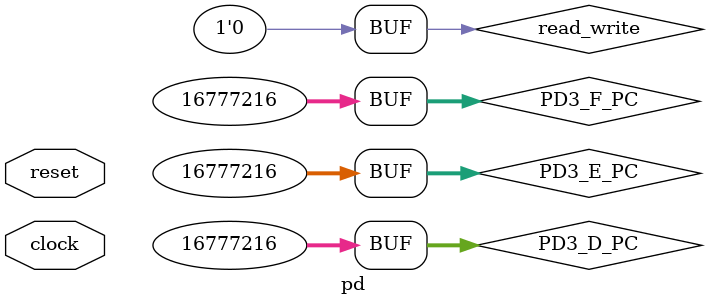
<source format=v>
module pd (
  input clock,
  input reset
);

  // fetch
  wire [31:0] data_in;
  wire read_write;
  assign read_write = 1'b0; //always read
  reg  [31:0] PD3_F_PC = 32'h01000000;
  reg  [31:0] PD3_F_INSN;

  // decode
  reg [6:0] PD3_D_OPCODE;
  reg [31:0] PD3_D_PC = 32'h01000000;
  reg [4:0] PD3_D_RD;
  reg [4:0] PD3_D_RS1; 
  reg [4:0] PD3_D_RS2; 
  reg [2:0] PD3_D_FUNCT3;
  reg [6:0] PD3_D_FUNCT7;
  reg [31:0] PD3_D_IMM;
  reg [4:0] PD3_D_SHAMT;

  // register file
  wire PD3_R_WRITE_ENABLE;
  wire [4:0] PD3_R_READ_RS1;
  wire [4:0] PD3_R_READ_RS2;
  wire [4:0] PD3_R_WRITE_DESTINATION;
  wire [31:0] PD3_R_WRITE_DATA;
  reg [31:0] PD3_R_READ_RS1_DATA;
  reg [31:0] PD3_R_READ_RS2_DATA;

  // execute
  reg [31:0] PD3_E_PC = 32'h01000000;
  reg [31:0] PD3_E_ALU_RES;
  reg PD3_E_BR_TAKEN;

  // branch compare
  wire BrUn;
  wire BrEq;
  wire BrLT;

  // A and B select
  wire ASel;
  wire BSel;
  wire [3:0] ALUSel;

  // assign address from instructions to register file inputs
  assign PD3_R_WRITE_DESTINATION = PD3_D_RD;
  assign PD3_R_READ_RS1 = PD3_D_RS1;
  assign PD3_R_READ_RS2 = PD3_D_RS2;

  imemory imem_0 (
    .clock(clock),
    .address(PD3_F_PC),
    .data_in(data_in),
    .data_out(PD3_F_INSN),
    .read_write(read_write)
  );

  decoder dec_0(
    .INSN(PD3_F_INSN),
    .OPCODE(PD3_D_OPCODE),
    .RD(PD3_D_RD),
    .RS1(PD3_D_RS1),
    .RS2(PD3_D_RS2),
    .FUNCT3(PD3_D_FUNCT3),
    .FUNCT7(PD3_D_FUNCT7),
    .IMM(PD3_D_IMM),
    .SHAMT(PD3_D_SHAMT)
  );

  register_file reg_0 (
    .clock(clock),
    .RegWEn(PD3_R_WRITE_ENABLE),
    .addr_rs1(PD3_R_READ_RS1),
    .addr_rs2(PD3_R_READ_RS2),
    .addr_rd(PD3_R_WRITE_DESTINATION),
    .data_rd(PD3_R_WRITE_DATA),
    .data_rs1(PD3_R_READ_RS1_DATA),
    .data_rs2(PD3_R_READ_RS2_DATA)
  );

  branch_comp branch_comp_0 (
    .data_rs1(PD3_R_READ_RS1_DATA),
    .data_rs2(PD3_R_READ_RS2_DATA),
    .BrUn(BrUn),
    .BrEq(BrEq),
    .BrLT(BrLT)
  );

  control_logic control_logic_0 (
    .BrEq(BrEq),
    .BrLT(BrLT),
    .OPCODE(PD3_D_OPCODE),
    .RD(PD3_D_RD),
    .RS1(PD3_D_RS1),
    .RS2(PD3_D_RS2),
    .FUNCT3(PD3_D_FUNCT3),
    .FUNCT7(PD3_D_FUNCT7),
    .IMM(PD3_D_IMM),
    .SHAMT(PD3_D_SHAMT),
    .PCSel(PD3_E_BR_TAKEN),
    .RegWEn(PD3_R_WRITE_ENABLE),
    .BrUn(BrUn),
    .ASel(ASel),
    .BSel(BSel),
    .ALUSel(ALUSel)
  );

  pc pc_0 (
    .clock(clock),
    .reset(reset),
    .PCSel(PD3_E_BR_TAKEN),
    .alu_res(PD3_E_ALU_RES),
    .pc_out_F(PD3_F_PC),
    .pc_out_D(PD3_D_PC),
    .pc_out_E(PD3_E_PC)
  );

  alu alu_0 (
    .ASel(ASel),
    .BSel(BSel),
    .ALUSel(ALUSel),
    .pc(PD3_E_PC),
    .rs1(PD3_R_READ_RS1_DATA),
    .rs2(PD3_R_READ_RS2_DATA),
    .imm(PD3_D_IMM),
    .alu_res(PD3_E_ALU_RES)
  );

endmodule

</source>
